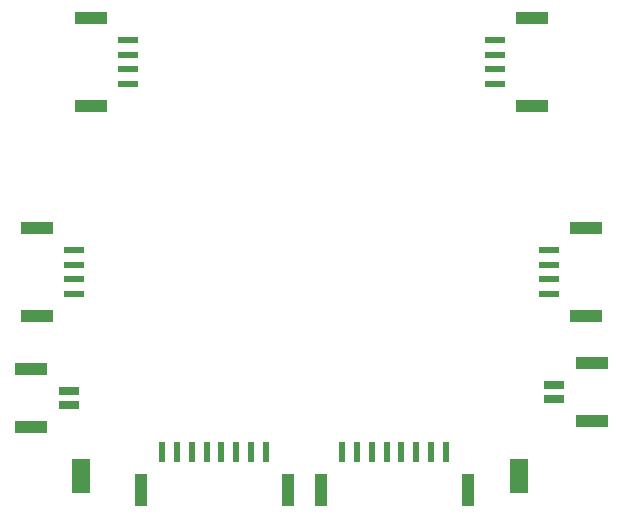
<source format=gtp>
G04 #@! TF.GenerationSoftware,KiCad,Pcbnew,(5.1.9)-1*
G04 #@! TF.CreationDate,2021-04-18T01:47:18-07:00*
G04 #@! TF.ProjectId,UAS_Teensy,5541535f-5465-4656-9e73-792e6b696361,rev?*
G04 #@! TF.SameCoordinates,Original*
G04 #@! TF.FileFunction,Paste,Top*
G04 #@! TF.FilePolarity,Positive*
%FSLAX46Y46*%
G04 Gerber Fmt 4.6, Leading zero omitted, Abs format (unit mm)*
G04 Created by KiCad (PCBNEW (5.1.9)-1) date 2021-04-18 01:47:18*
%MOMM*%
%LPD*%
G01*
G04 APERTURE LIST*
%ADD10R,1.500000X3.000000*%
%ADD11R,2.700000X1.000000*%
%ADD12R,1.700000X0.600000*%
%ADD13R,1.803400X0.660400*%
%ADD14R,2.794000X0.990600*%
%ADD15R,1.000000X2.700000*%
%ADD16R,0.600000X1.700000*%
G04 APERTURE END LIST*
D10*
X121666000Y-101092000D03*
X84582000Y-101092000D03*
D11*
X122845000Y-62315000D03*
D12*
X119645000Y-64165000D03*
X119645000Y-65415000D03*
X119645000Y-67915000D03*
X119645000Y-66665000D03*
D11*
X122845000Y-69765000D03*
X85435000Y-69765000D03*
D12*
X88635000Y-67915000D03*
X88635000Y-66665000D03*
X88635000Y-64165000D03*
X88635000Y-65415000D03*
D11*
X85435000Y-62315000D03*
X80863000Y-87545000D03*
D12*
X84063000Y-85695000D03*
X84063000Y-84445000D03*
X84063000Y-81945000D03*
X84063000Y-83195000D03*
D11*
X80863000Y-80095000D03*
X127417000Y-80095000D03*
D12*
X124217000Y-81945000D03*
X124217000Y-83195000D03*
X124217000Y-85695000D03*
X124217000Y-84445000D03*
D11*
X127417000Y-87545000D03*
D13*
X83624979Y-93863000D03*
X83624979Y-95113000D03*
D14*
X80414978Y-92013001D03*
X80414978Y-96962999D03*
D15*
X117350000Y-102260000D03*
X104900000Y-102260000D03*
D16*
X115500000Y-99060000D03*
X106750000Y-99060000D03*
X108000000Y-99060000D03*
X109250000Y-99060000D03*
X114250000Y-99060000D03*
X113000000Y-99060000D03*
X111750000Y-99060000D03*
X110500000Y-99060000D03*
D15*
X102110000Y-102260000D03*
X89660000Y-102260000D03*
D16*
X100260000Y-99060000D03*
X91510000Y-99060000D03*
X92760000Y-99060000D03*
X94010000Y-99060000D03*
X99010000Y-99060000D03*
X97760000Y-99060000D03*
X96510000Y-99060000D03*
X95260000Y-99060000D03*
D13*
X124655021Y-94605000D03*
X124655021Y-93355000D03*
D14*
X127865022Y-96454999D03*
X127865022Y-91505001D03*
M02*

</source>
